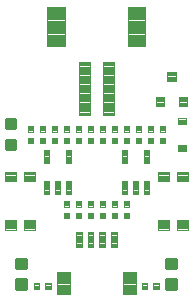
<source format=gtp>
G04 EAGLE Gerber RS-274X export*
G75*
%MOMM*%
%FSLAX34Y34*%
%LPD*%
%INSolderpaste Top*%
%IPPOS*%
%AMOC8*
5,1,8,0,0,1.08239X$1,22.5*%
G01*
%ADD10C,0.100000*%
%ADD11C,0.096000*%
%ADD12C,0.102000*%
%ADD13C,0.099000*%
%ADD14C,0.300000*%
%ADD15C,0.104000*%
%ADD16C,0.100800*%


D10*
X121500Y156400D02*
X112500Y156400D01*
X112500Y201400D01*
X121500Y201400D01*
X121500Y156400D01*
X121500Y157350D02*
X112500Y157350D01*
X112500Y158300D02*
X121500Y158300D01*
X121500Y159250D02*
X112500Y159250D01*
X112500Y160200D02*
X121500Y160200D01*
X121500Y161150D02*
X112500Y161150D01*
X112500Y162100D02*
X121500Y162100D01*
X121500Y163050D02*
X112500Y163050D01*
X112500Y164000D02*
X121500Y164000D01*
X121500Y164950D02*
X112500Y164950D01*
X112500Y165900D02*
X121500Y165900D01*
X121500Y166850D02*
X112500Y166850D01*
X112500Y167800D02*
X121500Y167800D01*
X121500Y168750D02*
X112500Y168750D01*
X112500Y169700D02*
X121500Y169700D01*
X121500Y170650D02*
X112500Y170650D01*
X112500Y171600D02*
X121500Y171600D01*
X121500Y172550D02*
X112500Y172550D01*
X112500Y173500D02*
X121500Y173500D01*
X121500Y174450D02*
X112500Y174450D01*
X112500Y175400D02*
X121500Y175400D01*
X121500Y176350D02*
X112500Y176350D01*
X112500Y177300D02*
X121500Y177300D01*
X121500Y178250D02*
X112500Y178250D01*
X112500Y179200D02*
X121500Y179200D01*
X121500Y180150D02*
X112500Y180150D01*
X112500Y181100D02*
X121500Y181100D01*
X121500Y182050D02*
X112500Y182050D01*
X112500Y183000D02*
X121500Y183000D01*
X121500Y183950D02*
X112500Y183950D01*
X112500Y184900D02*
X121500Y184900D01*
X121500Y185850D02*
X112500Y185850D01*
X112500Y186800D02*
X121500Y186800D01*
X121500Y187750D02*
X112500Y187750D01*
X112500Y188700D02*
X121500Y188700D01*
X121500Y189650D02*
X112500Y189650D01*
X112500Y190600D02*
X121500Y190600D01*
X121500Y191550D02*
X112500Y191550D01*
X112500Y192500D02*
X121500Y192500D01*
X121500Y193450D02*
X112500Y193450D01*
X112500Y194400D02*
X121500Y194400D01*
X121500Y195350D02*
X112500Y195350D01*
X112500Y196300D02*
X121500Y196300D01*
X121500Y197250D02*
X112500Y197250D01*
X112500Y198200D02*
X121500Y198200D01*
X121500Y199150D02*
X112500Y199150D01*
X112500Y200100D02*
X121500Y200100D01*
X121500Y201050D02*
X112500Y201050D01*
X132500Y156400D02*
X141500Y156400D01*
X132500Y156400D02*
X132500Y201400D01*
X141500Y201400D01*
X141500Y156400D01*
X141500Y157350D02*
X132500Y157350D01*
X132500Y158300D02*
X141500Y158300D01*
X141500Y159250D02*
X132500Y159250D01*
X132500Y160200D02*
X141500Y160200D01*
X141500Y161150D02*
X132500Y161150D01*
X132500Y162100D02*
X141500Y162100D01*
X141500Y163050D02*
X132500Y163050D01*
X132500Y164000D02*
X141500Y164000D01*
X141500Y164950D02*
X132500Y164950D01*
X132500Y165900D02*
X141500Y165900D01*
X141500Y166850D02*
X132500Y166850D01*
X132500Y167800D02*
X141500Y167800D01*
X141500Y168750D02*
X132500Y168750D01*
X132500Y169700D02*
X141500Y169700D01*
X141500Y170650D02*
X132500Y170650D01*
X132500Y171600D02*
X141500Y171600D01*
X141500Y172550D02*
X132500Y172550D01*
X132500Y173500D02*
X141500Y173500D01*
X141500Y174450D02*
X132500Y174450D01*
X132500Y175400D02*
X141500Y175400D01*
X141500Y176350D02*
X132500Y176350D01*
X132500Y177300D02*
X141500Y177300D01*
X141500Y178250D02*
X132500Y178250D01*
X132500Y179200D02*
X141500Y179200D01*
X141500Y180150D02*
X132500Y180150D01*
X132500Y181100D02*
X141500Y181100D01*
X141500Y182050D02*
X132500Y182050D01*
X132500Y183000D02*
X141500Y183000D01*
X141500Y183950D02*
X132500Y183950D01*
X132500Y184900D02*
X141500Y184900D01*
X141500Y185850D02*
X132500Y185850D01*
X132500Y186800D02*
X141500Y186800D01*
X141500Y187750D02*
X132500Y187750D01*
X132500Y188700D02*
X141500Y188700D01*
X141500Y189650D02*
X132500Y189650D01*
X132500Y190600D02*
X141500Y190600D01*
X141500Y191550D02*
X132500Y191550D01*
X132500Y192500D02*
X141500Y192500D01*
X141500Y193450D02*
X132500Y193450D01*
X132500Y194400D02*
X141500Y194400D01*
X141500Y195350D02*
X132500Y195350D01*
X132500Y196300D02*
X141500Y196300D01*
X141500Y197250D02*
X132500Y197250D01*
X132500Y198200D02*
X141500Y198200D01*
X141500Y199150D02*
X132500Y199150D01*
X132500Y200100D02*
X141500Y200100D01*
X141500Y201050D02*
X132500Y201050D01*
D11*
X100520Y214380D02*
X100520Y247420D01*
X100520Y214380D02*
X85480Y214380D01*
X85480Y247420D01*
X100520Y247420D01*
X100520Y215292D02*
X85480Y215292D01*
X85480Y216204D02*
X100520Y216204D01*
X100520Y217116D02*
X85480Y217116D01*
X85480Y218028D02*
X100520Y218028D01*
X100520Y218940D02*
X85480Y218940D01*
X85480Y219852D02*
X100520Y219852D01*
X100520Y220764D02*
X85480Y220764D01*
X85480Y221676D02*
X100520Y221676D01*
X100520Y222588D02*
X85480Y222588D01*
X85480Y223500D02*
X100520Y223500D01*
X100520Y224412D02*
X85480Y224412D01*
X85480Y225324D02*
X100520Y225324D01*
X100520Y226236D02*
X85480Y226236D01*
X85480Y227148D02*
X100520Y227148D01*
X100520Y228060D02*
X85480Y228060D01*
X85480Y228972D02*
X100520Y228972D01*
X100520Y229884D02*
X85480Y229884D01*
X85480Y230796D02*
X100520Y230796D01*
X100520Y231708D02*
X85480Y231708D01*
X85480Y232620D02*
X100520Y232620D01*
X100520Y233532D02*
X85480Y233532D01*
X85480Y234444D02*
X100520Y234444D01*
X100520Y235356D02*
X85480Y235356D01*
X85480Y236268D02*
X100520Y236268D01*
X100520Y237180D02*
X85480Y237180D01*
X85480Y238092D02*
X100520Y238092D01*
X100520Y239004D02*
X85480Y239004D01*
X85480Y239916D02*
X100520Y239916D01*
X100520Y240828D02*
X85480Y240828D01*
X85480Y241740D02*
X100520Y241740D01*
X100520Y242652D02*
X85480Y242652D01*
X85480Y243564D02*
X100520Y243564D01*
X100520Y244476D02*
X85480Y244476D01*
X85480Y245388D02*
X100520Y245388D01*
X100520Y246300D02*
X85480Y246300D01*
X85480Y247212D02*
X100520Y247212D01*
X168520Y247420D02*
X168520Y214380D01*
X153480Y214380D01*
X153480Y247420D01*
X168520Y247420D01*
X168520Y215292D02*
X153480Y215292D01*
X153480Y216204D02*
X168520Y216204D01*
X168520Y217116D02*
X153480Y217116D01*
X153480Y218028D02*
X168520Y218028D01*
X168520Y218940D02*
X153480Y218940D01*
X153480Y219852D02*
X168520Y219852D01*
X168520Y220764D02*
X153480Y220764D01*
X153480Y221676D02*
X168520Y221676D01*
X168520Y222588D02*
X153480Y222588D01*
X153480Y223500D02*
X168520Y223500D01*
X168520Y224412D02*
X153480Y224412D01*
X153480Y225324D02*
X168520Y225324D01*
X168520Y226236D02*
X153480Y226236D01*
X153480Y227148D02*
X168520Y227148D01*
X168520Y228060D02*
X153480Y228060D01*
X153480Y228972D02*
X168520Y228972D01*
X168520Y229884D02*
X153480Y229884D01*
X153480Y230796D02*
X168520Y230796D01*
X168520Y231708D02*
X153480Y231708D01*
X153480Y232620D02*
X168520Y232620D01*
X168520Y233532D02*
X153480Y233532D01*
X153480Y234444D02*
X168520Y234444D01*
X168520Y235356D02*
X153480Y235356D01*
X153480Y236268D02*
X168520Y236268D01*
X168520Y237180D02*
X153480Y237180D01*
X153480Y238092D02*
X168520Y238092D01*
X168520Y239004D02*
X153480Y239004D01*
X153480Y239916D02*
X168520Y239916D01*
X168520Y240828D02*
X153480Y240828D01*
X153480Y241740D02*
X168520Y241740D01*
X168520Y242652D02*
X153480Y242652D01*
X153480Y243564D02*
X168520Y243564D01*
X168520Y244476D02*
X153480Y244476D01*
X153480Y245388D02*
X168520Y245388D01*
X168520Y246300D02*
X153480Y246300D01*
X153480Y247212D02*
X168520Y247212D01*
X104520Y4530D02*
X93480Y4530D01*
X93480Y23570D01*
X104520Y23570D01*
X104520Y4530D01*
X104520Y5442D02*
X93480Y5442D01*
X93480Y6354D02*
X104520Y6354D01*
X104520Y7266D02*
X93480Y7266D01*
X93480Y8178D02*
X104520Y8178D01*
X104520Y9090D02*
X93480Y9090D01*
X93480Y10002D02*
X104520Y10002D01*
X104520Y10914D02*
X93480Y10914D01*
X93480Y11826D02*
X104520Y11826D01*
X104520Y12738D02*
X93480Y12738D01*
X93480Y13650D02*
X104520Y13650D01*
X104520Y14562D02*
X93480Y14562D01*
X93480Y15474D02*
X104520Y15474D01*
X104520Y16386D02*
X93480Y16386D01*
X93480Y17298D02*
X104520Y17298D01*
X104520Y18210D02*
X93480Y18210D01*
X93480Y19122D02*
X104520Y19122D01*
X104520Y20034D02*
X93480Y20034D01*
X93480Y20946D02*
X104520Y20946D01*
X104520Y21858D02*
X93480Y21858D01*
X93480Y22770D02*
X104520Y22770D01*
X149480Y4530D02*
X160520Y4530D01*
X149480Y4530D02*
X149480Y23570D01*
X160520Y23570D01*
X160520Y4530D01*
X160520Y5442D02*
X149480Y5442D01*
X149480Y6354D02*
X160520Y6354D01*
X160520Y7266D02*
X149480Y7266D01*
X149480Y8178D02*
X160520Y8178D01*
X160520Y9090D02*
X149480Y9090D01*
X149480Y10002D02*
X160520Y10002D01*
X160520Y10914D02*
X149480Y10914D01*
X149480Y11826D02*
X160520Y11826D01*
X160520Y12738D02*
X149480Y12738D01*
X149480Y13650D02*
X160520Y13650D01*
X160520Y14562D02*
X149480Y14562D01*
X149480Y15474D02*
X160520Y15474D01*
X160520Y16386D02*
X149480Y16386D01*
X149480Y17298D02*
X160520Y17298D01*
X160520Y18210D02*
X149480Y18210D01*
X149480Y19122D02*
X160520Y19122D01*
X160520Y20034D02*
X149480Y20034D01*
X149480Y20946D02*
X160520Y20946D01*
X160520Y21858D02*
X149480Y21858D01*
X149480Y22770D02*
X160520Y22770D01*
D12*
X114490Y44560D02*
X109510Y44560D01*
X109510Y57040D01*
X114490Y57040D01*
X114490Y44560D01*
X114490Y45529D02*
X109510Y45529D01*
X109510Y46498D02*
X114490Y46498D01*
X114490Y47467D02*
X109510Y47467D01*
X109510Y48436D02*
X114490Y48436D01*
X114490Y49405D02*
X109510Y49405D01*
X109510Y50374D02*
X114490Y50374D01*
X114490Y51343D02*
X109510Y51343D01*
X109510Y52312D02*
X114490Y52312D01*
X114490Y53281D02*
X109510Y53281D01*
X109510Y54250D02*
X114490Y54250D01*
X114490Y55219D02*
X109510Y55219D01*
X109510Y56188D02*
X114490Y56188D01*
X119510Y44560D02*
X124490Y44560D01*
X119510Y44560D02*
X119510Y57040D01*
X124490Y57040D01*
X124490Y44560D01*
X124490Y45529D02*
X119510Y45529D01*
X119510Y46498D02*
X124490Y46498D01*
X124490Y47467D02*
X119510Y47467D01*
X119510Y48436D02*
X124490Y48436D01*
X124490Y49405D02*
X119510Y49405D01*
X119510Y50374D02*
X124490Y50374D01*
X124490Y51343D02*
X119510Y51343D01*
X119510Y52312D02*
X124490Y52312D01*
X124490Y53281D02*
X119510Y53281D01*
X119510Y54250D02*
X124490Y54250D01*
X124490Y55219D02*
X119510Y55219D01*
X119510Y56188D02*
X124490Y56188D01*
X129510Y44560D02*
X134490Y44560D01*
X129510Y44560D02*
X129510Y57040D01*
X134490Y57040D01*
X134490Y44560D01*
X134490Y45529D02*
X129510Y45529D01*
X129510Y46498D02*
X134490Y46498D01*
X134490Y47467D02*
X129510Y47467D01*
X129510Y48436D02*
X134490Y48436D01*
X134490Y49405D02*
X129510Y49405D01*
X129510Y50374D02*
X134490Y50374D01*
X134490Y51343D02*
X129510Y51343D01*
X129510Y52312D02*
X134490Y52312D01*
X134490Y53281D02*
X129510Y53281D01*
X129510Y54250D02*
X134490Y54250D01*
X134490Y55219D02*
X129510Y55219D01*
X129510Y56188D02*
X134490Y56188D01*
X139510Y44560D02*
X144490Y44560D01*
X139510Y44560D02*
X139510Y57040D01*
X144490Y57040D01*
X144490Y44560D01*
X144490Y45529D02*
X139510Y45529D01*
X139510Y46498D02*
X144490Y46498D01*
X144490Y47467D02*
X139510Y47467D01*
X139510Y48436D02*
X144490Y48436D01*
X144490Y49405D02*
X139510Y49405D01*
X139510Y50374D02*
X144490Y50374D01*
X144490Y51343D02*
X139510Y51343D01*
X139510Y52312D02*
X144490Y52312D01*
X144490Y53281D02*
X139510Y53281D01*
X139510Y54250D02*
X144490Y54250D01*
X144490Y55219D02*
X139510Y55219D01*
X139510Y56188D02*
X144490Y56188D01*
D13*
X148265Y89444D02*
X152775Y89444D01*
X148265Y89444D02*
X148265Y100454D01*
X152775Y100454D01*
X152775Y89444D01*
X152775Y90384D02*
X148265Y90384D01*
X148265Y91324D02*
X152775Y91324D01*
X152775Y92264D02*
X148265Y92264D01*
X148265Y93204D02*
X152775Y93204D01*
X152775Y94144D02*
X148265Y94144D01*
X148265Y95084D02*
X152775Y95084D01*
X152775Y96024D02*
X148265Y96024D01*
X148265Y96964D02*
X152775Y96964D01*
X152775Y97904D02*
X148265Y97904D01*
X148265Y98844D02*
X152775Y98844D01*
X152775Y99784D02*
X148265Y99784D01*
X157765Y89444D02*
X162275Y89444D01*
X157765Y89444D02*
X157765Y100454D01*
X162275Y100454D01*
X162275Y89444D01*
X162275Y90384D02*
X157765Y90384D01*
X157765Y91324D02*
X162275Y91324D01*
X162275Y92264D02*
X157765Y92264D01*
X157765Y93204D02*
X162275Y93204D01*
X162275Y94144D02*
X157765Y94144D01*
X157765Y95084D02*
X162275Y95084D01*
X162275Y96024D02*
X157765Y96024D01*
X157765Y96964D02*
X162275Y96964D01*
X162275Y97904D02*
X157765Y97904D01*
X157765Y98844D02*
X162275Y98844D01*
X162275Y99784D02*
X157765Y99784D01*
X167265Y89444D02*
X171775Y89444D01*
X167265Y89444D02*
X167265Y100454D01*
X171775Y100454D01*
X171775Y89444D01*
X171775Y90384D02*
X167265Y90384D01*
X167265Y91324D02*
X171775Y91324D01*
X171775Y92264D02*
X167265Y92264D01*
X167265Y93204D02*
X171775Y93204D01*
X171775Y94144D02*
X167265Y94144D01*
X167265Y95084D02*
X171775Y95084D01*
X171775Y96024D02*
X167265Y96024D01*
X167265Y96964D02*
X171775Y96964D01*
X171775Y97904D02*
X167265Y97904D01*
X167265Y98844D02*
X171775Y98844D01*
X171775Y99784D02*
X167265Y99784D01*
X167265Y115446D02*
X171775Y115446D01*
X167265Y115446D02*
X167265Y126456D01*
X171775Y126456D01*
X171775Y115446D01*
X171775Y116386D02*
X167265Y116386D01*
X167265Y117326D02*
X171775Y117326D01*
X171775Y118266D02*
X167265Y118266D01*
X167265Y119206D02*
X171775Y119206D01*
X171775Y120146D02*
X167265Y120146D01*
X167265Y121086D02*
X171775Y121086D01*
X171775Y122026D02*
X167265Y122026D01*
X167265Y122966D02*
X171775Y122966D01*
X171775Y123906D02*
X167265Y123906D01*
X167265Y124846D02*
X171775Y124846D01*
X171775Y125786D02*
X167265Y125786D01*
X152775Y115446D02*
X148265Y115446D01*
X148265Y126456D01*
X152775Y126456D01*
X152775Y115446D01*
X152775Y116386D02*
X148265Y116386D01*
X148265Y117326D02*
X152775Y117326D01*
X152775Y118266D02*
X148265Y118266D01*
X148265Y119206D02*
X152775Y119206D01*
X152775Y120146D02*
X148265Y120146D01*
X148265Y121086D02*
X152775Y121086D01*
X152775Y122026D02*
X148265Y122026D01*
X148265Y122966D02*
X152775Y122966D01*
X152775Y123906D02*
X148265Y123906D01*
X148265Y124846D02*
X152775Y124846D01*
X152775Y125786D02*
X148265Y125786D01*
D14*
X187000Y16320D02*
X194000Y16320D01*
X194000Y9320D01*
X187000Y9320D01*
X187000Y16320D01*
X187000Y12170D02*
X194000Y12170D01*
X194000Y15020D02*
X187000Y15020D01*
X187000Y33860D02*
X194000Y33860D01*
X194000Y26860D01*
X187000Y26860D01*
X187000Y33860D01*
X187000Y29710D02*
X194000Y29710D01*
X194000Y32560D02*
X187000Y32560D01*
X67000Y16320D02*
X60000Y16320D01*
X67000Y16320D02*
X67000Y9320D01*
X60000Y9320D01*
X60000Y16320D01*
X60000Y12170D02*
X67000Y12170D01*
X67000Y15020D02*
X60000Y15020D01*
X60000Y33860D02*
X67000Y33860D01*
X67000Y26860D01*
X60000Y26860D01*
X60000Y33860D01*
X60000Y29710D02*
X67000Y29710D01*
X67000Y32560D02*
X60000Y32560D01*
D12*
X165230Y8940D02*
X170210Y8940D01*
X165230Y8940D02*
X165230Y13920D01*
X170210Y13920D01*
X170210Y8940D01*
X170210Y9909D02*
X165230Y9909D01*
X165230Y10878D02*
X170210Y10878D01*
X170210Y11847D02*
X165230Y11847D01*
X165230Y12816D02*
X170210Y12816D01*
X170210Y13785D02*
X165230Y13785D01*
X175230Y8940D02*
X180210Y8940D01*
X175230Y8940D02*
X175230Y13920D01*
X180210Y13920D01*
X180210Y8940D01*
X180210Y9909D02*
X175230Y9909D01*
X175230Y10878D02*
X180210Y10878D01*
X180210Y11847D02*
X175230Y11847D01*
X175230Y12816D02*
X180210Y12816D01*
X180210Y13785D02*
X175230Y13785D01*
X88770Y13920D02*
X83790Y13920D01*
X88770Y13920D02*
X88770Y8940D01*
X83790Y8940D01*
X83790Y13920D01*
X83790Y9909D02*
X88770Y9909D01*
X88770Y10878D02*
X83790Y10878D01*
X83790Y11847D02*
X88770Y11847D01*
X88770Y12816D02*
X83790Y12816D01*
X83790Y13785D02*
X88770Y13785D01*
X78770Y13920D02*
X73790Y13920D01*
X78770Y13920D02*
X78770Y8940D01*
X73790Y8940D01*
X73790Y13920D01*
X73790Y9909D02*
X78770Y9909D01*
X78770Y10878D02*
X73790Y10878D01*
X73790Y11847D02*
X78770Y11847D01*
X78770Y12816D02*
X73790Y12816D01*
X73790Y13785D02*
X78770Y13785D01*
D13*
X82225Y89444D02*
X86735Y89444D01*
X82225Y89444D02*
X82225Y100454D01*
X86735Y100454D01*
X86735Y89444D01*
X86735Y90384D02*
X82225Y90384D01*
X82225Y91324D02*
X86735Y91324D01*
X86735Y92264D02*
X82225Y92264D01*
X82225Y93204D02*
X86735Y93204D01*
X86735Y94144D02*
X82225Y94144D01*
X82225Y95084D02*
X86735Y95084D01*
X86735Y96024D02*
X82225Y96024D01*
X82225Y96964D02*
X86735Y96964D01*
X86735Y97904D02*
X82225Y97904D01*
X82225Y98844D02*
X86735Y98844D01*
X86735Y99784D02*
X82225Y99784D01*
X91725Y89444D02*
X96235Y89444D01*
X91725Y89444D02*
X91725Y100454D01*
X96235Y100454D01*
X96235Y89444D01*
X96235Y90384D02*
X91725Y90384D01*
X91725Y91324D02*
X96235Y91324D01*
X96235Y92264D02*
X91725Y92264D01*
X91725Y93204D02*
X96235Y93204D01*
X96235Y94144D02*
X91725Y94144D01*
X91725Y95084D02*
X96235Y95084D01*
X96235Y96024D02*
X91725Y96024D01*
X91725Y96964D02*
X96235Y96964D01*
X96235Y97904D02*
X91725Y97904D01*
X91725Y98844D02*
X96235Y98844D01*
X96235Y99784D02*
X91725Y99784D01*
X101225Y89444D02*
X105735Y89444D01*
X101225Y89444D02*
X101225Y100454D01*
X105735Y100454D01*
X105735Y89444D01*
X105735Y90384D02*
X101225Y90384D01*
X101225Y91324D02*
X105735Y91324D01*
X105735Y92264D02*
X101225Y92264D01*
X101225Y93204D02*
X105735Y93204D01*
X105735Y94144D02*
X101225Y94144D01*
X101225Y95084D02*
X105735Y95084D01*
X105735Y96024D02*
X101225Y96024D01*
X101225Y96964D02*
X105735Y96964D01*
X105735Y97904D02*
X101225Y97904D01*
X101225Y98844D02*
X105735Y98844D01*
X105735Y99784D02*
X101225Y99784D01*
X101225Y115446D02*
X105735Y115446D01*
X101225Y115446D02*
X101225Y126456D01*
X105735Y126456D01*
X105735Y115446D01*
X105735Y116386D02*
X101225Y116386D01*
X101225Y117326D02*
X105735Y117326D01*
X105735Y118266D02*
X101225Y118266D01*
X101225Y119206D02*
X105735Y119206D01*
X105735Y120146D02*
X101225Y120146D01*
X101225Y121086D02*
X105735Y121086D01*
X105735Y122026D02*
X101225Y122026D01*
X101225Y122966D02*
X105735Y122966D01*
X105735Y123906D02*
X101225Y123906D01*
X101225Y124846D02*
X105735Y124846D01*
X105735Y125786D02*
X101225Y125786D01*
X86735Y115446D02*
X82225Y115446D01*
X82225Y126456D01*
X86735Y126456D01*
X86735Y115446D01*
X86735Y116386D02*
X82225Y116386D01*
X82225Y117326D02*
X86735Y117326D01*
X86735Y118266D02*
X82225Y118266D01*
X82225Y119206D02*
X86735Y119206D01*
X86735Y120146D02*
X82225Y120146D01*
X82225Y121086D02*
X86735Y121086D01*
X86735Y122026D02*
X82225Y122026D01*
X82225Y122966D02*
X86735Y122966D01*
X86735Y123906D02*
X82225Y123906D01*
X82225Y124846D02*
X86735Y124846D01*
X86735Y125786D02*
X82225Y125786D01*
D12*
X124410Y73690D02*
X124410Y68710D01*
X119430Y68710D01*
X119430Y73690D01*
X124410Y73690D01*
X124410Y69679D02*
X119430Y69679D01*
X119430Y70648D02*
X124410Y70648D01*
X124410Y71617D02*
X119430Y71617D01*
X119430Y72586D02*
X124410Y72586D01*
X124410Y73555D02*
X119430Y73555D01*
X124410Y78710D02*
X124410Y83690D01*
X124410Y78710D02*
X119430Y78710D01*
X119430Y83690D01*
X124410Y83690D01*
X124410Y79679D02*
X119430Y79679D01*
X119430Y80648D02*
X124410Y80648D01*
X124410Y81617D02*
X119430Y81617D01*
X119430Y82586D02*
X124410Y82586D01*
X124410Y83555D02*
X119430Y83555D01*
X129590Y83690D02*
X129590Y78710D01*
X129590Y83690D02*
X134570Y83690D01*
X134570Y78710D01*
X129590Y78710D01*
X129590Y79679D02*
X134570Y79679D01*
X134570Y80648D02*
X129590Y80648D01*
X129590Y81617D02*
X134570Y81617D01*
X134570Y82586D02*
X129590Y82586D01*
X129590Y83555D02*
X134570Y83555D01*
X129590Y73690D02*
X129590Y68710D01*
X129590Y73690D02*
X134570Y73690D01*
X134570Y68710D01*
X129590Y68710D01*
X129590Y69679D02*
X134570Y69679D01*
X134570Y70648D02*
X129590Y70648D01*
X129590Y71617D02*
X134570Y71617D01*
X134570Y72586D02*
X129590Y72586D01*
X129590Y73555D02*
X134570Y73555D01*
X109270Y78710D02*
X109270Y83690D01*
X114250Y83690D01*
X114250Y78710D01*
X109270Y78710D01*
X109270Y79679D02*
X114250Y79679D01*
X114250Y80648D02*
X109270Y80648D01*
X109270Y81617D02*
X114250Y81617D01*
X114250Y82586D02*
X109270Y82586D01*
X109270Y83555D02*
X114250Y83555D01*
X109270Y73690D02*
X109270Y68710D01*
X109270Y73690D02*
X114250Y73690D01*
X114250Y68710D01*
X109270Y68710D01*
X109270Y69679D02*
X114250Y69679D01*
X114250Y70648D02*
X109270Y70648D01*
X109270Y71617D02*
X114250Y71617D01*
X114250Y72586D02*
X109270Y72586D01*
X109270Y73555D02*
X114250Y73555D01*
X139750Y78710D02*
X139750Y83690D01*
X144730Y83690D01*
X144730Y78710D01*
X139750Y78710D01*
X139750Y79679D02*
X144730Y79679D01*
X144730Y80648D02*
X139750Y80648D01*
X139750Y81617D02*
X144730Y81617D01*
X144730Y82586D02*
X139750Y82586D01*
X139750Y83555D02*
X144730Y83555D01*
X139750Y73690D02*
X139750Y68710D01*
X139750Y73690D02*
X144730Y73690D01*
X144730Y68710D01*
X139750Y68710D01*
X139750Y69679D02*
X144730Y69679D01*
X144730Y70648D02*
X139750Y70648D01*
X139750Y71617D02*
X144730Y71617D01*
X144730Y72586D02*
X139750Y72586D01*
X139750Y73555D02*
X144730Y73555D01*
X154890Y132210D02*
X154890Y137190D01*
X154890Y132210D02*
X149910Y132210D01*
X149910Y137190D01*
X154890Y137190D01*
X154890Y133179D02*
X149910Y133179D01*
X149910Y134148D02*
X154890Y134148D01*
X154890Y135117D02*
X149910Y135117D01*
X149910Y136086D02*
X154890Y136086D01*
X154890Y137055D02*
X149910Y137055D01*
X154890Y142210D02*
X154890Y147190D01*
X154890Y142210D02*
X149910Y142210D01*
X149910Y147190D01*
X154890Y147190D01*
X154890Y143179D02*
X149910Y143179D01*
X149910Y144148D02*
X154890Y144148D01*
X154890Y145117D02*
X149910Y145117D01*
X149910Y146086D02*
X154890Y146086D01*
X154890Y147055D02*
X149910Y147055D01*
X144730Y137190D02*
X144730Y132210D01*
X139750Y132210D01*
X139750Y137190D01*
X144730Y137190D01*
X144730Y133179D02*
X139750Y133179D01*
X139750Y134148D02*
X144730Y134148D01*
X144730Y135117D02*
X139750Y135117D01*
X139750Y136086D02*
X144730Y136086D01*
X144730Y137055D02*
X139750Y137055D01*
X144730Y142210D02*
X144730Y147190D01*
X144730Y142210D02*
X139750Y142210D01*
X139750Y147190D01*
X144730Y147190D01*
X144730Y143179D02*
X139750Y143179D01*
X139750Y144148D02*
X144730Y144148D01*
X144730Y145117D02*
X139750Y145117D01*
X139750Y146086D02*
X144730Y146086D01*
X144730Y147055D02*
X139750Y147055D01*
X93930Y137190D02*
X93930Y132210D01*
X88950Y132210D01*
X88950Y137190D01*
X93930Y137190D01*
X93930Y133179D02*
X88950Y133179D01*
X88950Y134148D02*
X93930Y134148D01*
X93930Y135117D02*
X88950Y135117D01*
X88950Y136086D02*
X93930Y136086D01*
X93930Y137055D02*
X88950Y137055D01*
X93930Y142210D02*
X93930Y147190D01*
X93930Y142210D02*
X88950Y142210D01*
X88950Y147190D01*
X93930Y147190D01*
X93930Y143179D02*
X88950Y143179D01*
X88950Y144148D02*
X93930Y144148D01*
X93930Y145117D02*
X88950Y145117D01*
X88950Y146086D02*
X93930Y146086D01*
X93930Y147055D02*
X88950Y147055D01*
X104090Y137190D02*
X104090Y132210D01*
X99110Y132210D01*
X99110Y137190D01*
X104090Y137190D01*
X104090Y133179D02*
X99110Y133179D01*
X99110Y134148D02*
X104090Y134148D01*
X104090Y135117D02*
X99110Y135117D01*
X99110Y136086D02*
X104090Y136086D01*
X104090Y137055D02*
X99110Y137055D01*
X104090Y142210D02*
X104090Y147190D01*
X104090Y142210D02*
X99110Y142210D01*
X99110Y147190D01*
X104090Y147190D01*
X104090Y143179D02*
X99110Y143179D01*
X99110Y144148D02*
X104090Y144148D01*
X104090Y145117D02*
X99110Y145117D01*
X99110Y146086D02*
X104090Y146086D01*
X104090Y147055D02*
X99110Y147055D01*
X180390Y147190D02*
X180390Y142210D01*
X180390Y147190D02*
X185370Y147190D01*
X185370Y142210D01*
X180390Y142210D01*
X180390Y143179D02*
X185370Y143179D01*
X185370Y144148D02*
X180390Y144148D01*
X180390Y145117D02*
X185370Y145117D01*
X185370Y146086D02*
X180390Y146086D01*
X180390Y147055D02*
X185370Y147055D01*
X180390Y137190D02*
X180390Y132210D01*
X180390Y137190D02*
X185370Y137190D01*
X185370Y132210D01*
X180390Y132210D01*
X180390Y133179D02*
X185370Y133179D01*
X185370Y134148D02*
X180390Y134148D01*
X180390Y135117D02*
X185370Y135117D01*
X185370Y136086D02*
X180390Y136086D01*
X180390Y137055D02*
X185370Y137055D01*
X160070Y142210D02*
X160070Y147190D01*
X165050Y147190D01*
X165050Y142210D01*
X160070Y142210D01*
X160070Y143179D02*
X165050Y143179D01*
X165050Y144148D02*
X160070Y144148D01*
X160070Y145117D02*
X165050Y145117D01*
X165050Y146086D02*
X160070Y146086D01*
X160070Y147055D02*
X165050Y147055D01*
X160070Y137190D02*
X160070Y132210D01*
X160070Y137190D02*
X165050Y137190D01*
X165050Y132210D01*
X160070Y132210D01*
X160070Y133179D02*
X165050Y133179D01*
X165050Y134148D02*
X160070Y134148D01*
X160070Y135117D02*
X165050Y135117D01*
X165050Y136086D02*
X160070Y136086D01*
X160070Y137055D02*
X165050Y137055D01*
D15*
X177520Y163820D02*
X184480Y163820D01*
X177520Y163820D02*
X177520Y171780D01*
X184480Y171780D01*
X184480Y163820D01*
X184480Y164808D02*
X177520Y164808D01*
X177520Y165796D02*
X184480Y165796D01*
X184480Y166784D02*
X177520Y166784D01*
X177520Y167772D02*
X184480Y167772D01*
X184480Y168760D02*
X177520Y168760D01*
X177520Y169748D02*
X184480Y169748D01*
X184480Y170736D02*
X177520Y170736D01*
X177520Y171724D02*
X184480Y171724D01*
X196520Y163820D02*
X203480Y163820D01*
X196520Y163820D02*
X196520Y171780D01*
X203480Y171780D01*
X203480Y163820D01*
X203480Y164808D02*
X196520Y164808D01*
X196520Y165796D02*
X203480Y165796D01*
X203480Y166784D02*
X196520Y166784D01*
X196520Y167772D02*
X203480Y167772D01*
X203480Y168760D02*
X196520Y168760D01*
X196520Y169748D02*
X203480Y169748D01*
X203480Y170736D02*
X196520Y170736D01*
X196520Y171724D02*
X203480Y171724D01*
X193980Y184820D02*
X187020Y184820D01*
X187020Y192780D01*
X193980Y192780D01*
X193980Y184820D01*
X193980Y185808D02*
X187020Y185808D01*
X187020Y186796D02*
X193980Y186796D01*
X193980Y187784D02*
X187020Y187784D01*
X187020Y188772D02*
X193980Y188772D01*
X193980Y189760D02*
X187020Y189760D01*
X187020Y190748D02*
X193980Y190748D01*
X193980Y191736D02*
X187020Y191736D01*
X187020Y192724D02*
X193980Y192724D01*
D16*
X203036Y130846D02*
X203036Y125554D01*
X195744Y125554D01*
X195744Y130846D01*
X203036Y130846D01*
X203036Y126512D02*
X195744Y126512D01*
X195744Y127470D02*
X203036Y127470D01*
X203036Y128428D02*
X195744Y128428D01*
X195744Y129386D02*
X203036Y129386D01*
X203036Y130344D02*
X195744Y130344D01*
X203036Y148554D02*
X203036Y153846D01*
X203036Y148554D02*
X195744Y148554D01*
X195744Y153846D01*
X203036Y153846D01*
X203036Y149512D02*
X195744Y149512D01*
X195744Y150470D02*
X203036Y150470D01*
X203036Y151428D02*
X195744Y151428D01*
X195744Y152386D02*
X203036Y152386D01*
X203036Y153344D02*
X195744Y153344D01*
D12*
X78790Y147190D02*
X78790Y142210D01*
X78790Y147190D02*
X83770Y147190D01*
X83770Y142210D01*
X78790Y142210D01*
X78790Y143179D02*
X83770Y143179D01*
X83770Y144148D02*
X78790Y144148D01*
X78790Y145117D02*
X83770Y145117D01*
X83770Y146086D02*
X78790Y146086D01*
X78790Y147055D02*
X83770Y147055D01*
X78790Y137190D02*
X78790Y132210D01*
X78790Y137190D02*
X83770Y137190D01*
X83770Y132210D01*
X78790Y132210D01*
X78790Y133179D02*
X83770Y133179D01*
X83770Y134148D02*
X78790Y134148D01*
X78790Y135117D02*
X83770Y135117D01*
X83770Y136086D02*
X78790Y136086D01*
X78790Y137055D02*
X83770Y137055D01*
D14*
X58110Y134430D02*
X51110Y134430D01*
X58110Y134430D02*
X58110Y127430D01*
X51110Y127430D01*
X51110Y134430D01*
X51110Y130280D02*
X58110Y130280D01*
X58110Y133130D02*
X51110Y133130D01*
X51110Y151970D02*
X58110Y151970D01*
X58110Y144970D01*
X51110Y144970D01*
X51110Y151970D01*
X51110Y147820D02*
X58110Y147820D01*
X58110Y150670D02*
X51110Y150670D01*
D12*
X68630Y147190D02*
X68630Y142210D01*
X68630Y147190D02*
X73610Y147190D01*
X73610Y142210D01*
X68630Y142210D01*
X68630Y143179D02*
X73610Y143179D01*
X73610Y144148D02*
X68630Y144148D01*
X68630Y145117D02*
X73610Y145117D01*
X73610Y146086D02*
X68630Y146086D01*
X68630Y147055D02*
X73610Y147055D01*
X68630Y137190D02*
X68630Y132210D01*
X68630Y137190D02*
X73610Y137190D01*
X73610Y132210D01*
X68630Y132210D01*
X68630Y133179D02*
X73610Y133179D01*
X73610Y134148D02*
X68630Y134148D01*
X68630Y135117D02*
X73610Y135117D01*
X73610Y136086D02*
X68630Y136086D01*
X68630Y137055D02*
X73610Y137055D01*
D13*
X188275Y108325D02*
X188275Y100315D01*
X179265Y100315D01*
X179265Y108325D01*
X188275Y108325D01*
X188275Y101255D02*
X179265Y101255D01*
X179265Y102195D02*
X188275Y102195D01*
X188275Y103135D02*
X179265Y103135D01*
X179265Y104075D02*
X188275Y104075D01*
X188275Y105015D02*
X179265Y105015D01*
X179265Y105955D02*
X188275Y105955D01*
X188275Y106895D02*
X179265Y106895D01*
X179265Y107835D02*
X188275Y107835D01*
X204275Y108325D02*
X204275Y100315D01*
X195265Y100315D01*
X195265Y108325D01*
X204275Y108325D01*
X204275Y101255D02*
X195265Y101255D01*
X195265Y102195D02*
X204275Y102195D01*
X204275Y103135D02*
X195265Y103135D01*
X195265Y104075D02*
X204275Y104075D01*
X204275Y105015D02*
X195265Y105015D01*
X195265Y105955D02*
X204275Y105955D01*
X204275Y106895D02*
X195265Y106895D01*
X195265Y107835D02*
X204275Y107835D01*
X204275Y67325D02*
X204275Y59315D01*
X195265Y59315D01*
X195265Y67325D01*
X204275Y67325D01*
X204275Y60255D02*
X195265Y60255D01*
X195265Y61195D02*
X204275Y61195D01*
X204275Y62135D02*
X195265Y62135D01*
X195265Y63075D02*
X204275Y63075D01*
X204275Y64015D02*
X195265Y64015D01*
X195265Y64955D02*
X204275Y64955D01*
X204275Y65895D02*
X195265Y65895D01*
X195265Y66835D02*
X204275Y66835D01*
X188275Y67325D02*
X188275Y59315D01*
X179265Y59315D01*
X179265Y67325D01*
X188275Y67325D01*
X188275Y60255D02*
X179265Y60255D01*
X179265Y61195D02*
X188275Y61195D01*
X188275Y62135D02*
X179265Y62135D01*
X179265Y63075D02*
X188275Y63075D01*
X188275Y64015D02*
X179265Y64015D01*
X179265Y64955D02*
X188275Y64955D01*
X188275Y65895D02*
X179265Y65895D01*
X179265Y66835D02*
X188275Y66835D01*
X65725Y67325D02*
X65725Y59315D01*
X65725Y67325D02*
X74735Y67325D01*
X74735Y59315D01*
X65725Y59315D01*
X65725Y60255D02*
X74735Y60255D01*
X74735Y61195D02*
X65725Y61195D01*
X65725Y62135D02*
X74735Y62135D01*
X74735Y63075D02*
X65725Y63075D01*
X65725Y64015D02*
X74735Y64015D01*
X74735Y64955D02*
X65725Y64955D01*
X65725Y65895D02*
X74735Y65895D01*
X74735Y66835D02*
X65725Y66835D01*
X49725Y67325D02*
X49725Y59315D01*
X49725Y67325D02*
X58735Y67325D01*
X58735Y59315D01*
X49725Y59315D01*
X49725Y60255D02*
X58735Y60255D01*
X58735Y61195D02*
X49725Y61195D01*
X49725Y62135D02*
X58735Y62135D01*
X58735Y63075D02*
X49725Y63075D01*
X49725Y64015D02*
X58735Y64015D01*
X58735Y64955D02*
X49725Y64955D01*
X49725Y65895D02*
X58735Y65895D01*
X58735Y66835D02*
X49725Y66835D01*
X49725Y100315D02*
X49725Y108325D01*
X58735Y108325D01*
X58735Y100315D01*
X49725Y100315D01*
X49725Y101255D02*
X58735Y101255D01*
X58735Y102195D02*
X49725Y102195D01*
X49725Y103135D02*
X58735Y103135D01*
X58735Y104075D02*
X49725Y104075D01*
X49725Y105015D02*
X58735Y105015D01*
X58735Y105955D02*
X49725Y105955D01*
X49725Y106895D02*
X58735Y106895D01*
X58735Y107835D02*
X49725Y107835D01*
X65725Y108325D02*
X65725Y100315D01*
X65725Y108325D02*
X74735Y108325D01*
X74735Y100315D01*
X65725Y100315D01*
X65725Y101255D02*
X74735Y101255D01*
X74735Y102195D02*
X65725Y102195D01*
X65725Y103135D02*
X74735Y103135D01*
X74735Y104075D02*
X65725Y104075D01*
X65725Y105015D02*
X74735Y105015D01*
X74735Y105955D02*
X65725Y105955D01*
X65725Y106895D02*
X74735Y106895D01*
X74735Y107835D02*
X65725Y107835D01*
D12*
X175210Y132210D02*
X175210Y137190D01*
X175210Y132210D02*
X170230Y132210D01*
X170230Y137190D01*
X175210Y137190D01*
X175210Y133179D02*
X170230Y133179D01*
X170230Y134148D02*
X175210Y134148D01*
X175210Y135117D02*
X170230Y135117D01*
X170230Y136086D02*
X175210Y136086D01*
X175210Y137055D02*
X170230Y137055D01*
X175210Y142210D02*
X175210Y147190D01*
X175210Y142210D02*
X170230Y142210D01*
X170230Y147190D01*
X175210Y147190D01*
X175210Y143179D02*
X170230Y143179D01*
X170230Y144148D02*
X175210Y144148D01*
X175210Y145117D02*
X170230Y145117D01*
X170230Y146086D02*
X175210Y146086D01*
X175210Y147055D02*
X170230Y147055D01*
X149910Y83690D02*
X149910Y78710D01*
X149910Y83690D02*
X154890Y83690D01*
X154890Y78710D01*
X149910Y78710D01*
X149910Y79679D02*
X154890Y79679D01*
X154890Y80648D02*
X149910Y80648D01*
X149910Y81617D02*
X154890Y81617D01*
X154890Y82586D02*
X149910Y82586D01*
X149910Y83555D02*
X154890Y83555D01*
X149910Y73690D02*
X149910Y68710D01*
X149910Y73690D02*
X154890Y73690D01*
X154890Y68710D01*
X149910Y68710D01*
X149910Y69679D02*
X154890Y69679D01*
X154890Y70648D02*
X149910Y70648D01*
X149910Y71617D02*
X154890Y71617D01*
X154890Y72586D02*
X149910Y72586D01*
X149910Y73555D02*
X154890Y73555D01*
X99110Y78710D02*
X99110Y83690D01*
X104090Y83690D01*
X104090Y78710D01*
X99110Y78710D01*
X99110Y79679D02*
X104090Y79679D01*
X104090Y80648D02*
X99110Y80648D01*
X99110Y81617D02*
X104090Y81617D01*
X104090Y82586D02*
X99110Y82586D01*
X99110Y83555D02*
X104090Y83555D01*
X99110Y73690D02*
X99110Y68710D01*
X99110Y73690D02*
X104090Y73690D01*
X104090Y68710D01*
X99110Y68710D01*
X99110Y69679D02*
X104090Y69679D01*
X104090Y70648D02*
X99110Y70648D01*
X99110Y71617D02*
X104090Y71617D01*
X104090Y72586D02*
X99110Y72586D01*
X99110Y73555D02*
X104090Y73555D01*
X109270Y142210D02*
X109270Y147190D01*
X114250Y147190D01*
X114250Y142210D01*
X109270Y142210D01*
X109270Y143179D02*
X114250Y143179D01*
X114250Y144148D02*
X109270Y144148D01*
X109270Y145117D02*
X114250Y145117D01*
X114250Y146086D02*
X109270Y146086D01*
X109270Y147055D02*
X114250Y147055D01*
X109270Y137190D02*
X109270Y132210D01*
X109270Y137190D02*
X114250Y137190D01*
X114250Y132210D01*
X109270Y132210D01*
X109270Y133179D02*
X114250Y133179D01*
X114250Y134148D02*
X109270Y134148D01*
X109270Y135117D02*
X114250Y135117D01*
X114250Y136086D02*
X109270Y136086D01*
X109270Y137055D02*
X114250Y137055D01*
X134570Y137190D02*
X134570Y132210D01*
X129590Y132210D01*
X129590Y137190D01*
X134570Y137190D01*
X134570Y133179D02*
X129590Y133179D01*
X129590Y134148D02*
X134570Y134148D01*
X134570Y135117D02*
X129590Y135117D01*
X129590Y136086D02*
X134570Y136086D01*
X134570Y137055D02*
X129590Y137055D01*
X134570Y142210D02*
X134570Y147190D01*
X134570Y142210D02*
X129590Y142210D01*
X129590Y147190D01*
X134570Y147190D01*
X134570Y143179D02*
X129590Y143179D01*
X129590Y144148D02*
X134570Y144148D01*
X134570Y145117D02*
X129590Y145117D01*
X129590Y146086D02*
X134570Y146086D01*
X134570Y147055D02*
X129590Y147055D01*
X119430Y147190D02*
X119430Y142210D01*
X119430Y147190D02*
X124410Y147190D01*
X124410Y142210D01*
X119430Y142210D01*
X119430Y143179D02*
X124410Y143179D01*
X124410Y144148D02*
X119430Y144148D01*
X119430Y145117D02*
X124410Y145117D01*
X124410Y146086D02*
X119430Y146086D01*
X119430Y147055D02*
X124410Y147055D01*
X119430Y137190D02*
X119430Y132210D01*
X119430Y137190D02*
X124410Y137190D01*
X124410Y132210D01*
X119430Y132210D01*
X119430Y133179D02*
X124410Y133179D01*
X124410Y134148D02*
X119430Y134148D01*
X119430Y135117D02*
X124410Y135117D01*
X124410Y136086D02*
X119430Y136086D01*
X119430Y137055D02*
X124410Y137055D01*
M02*

</source>
